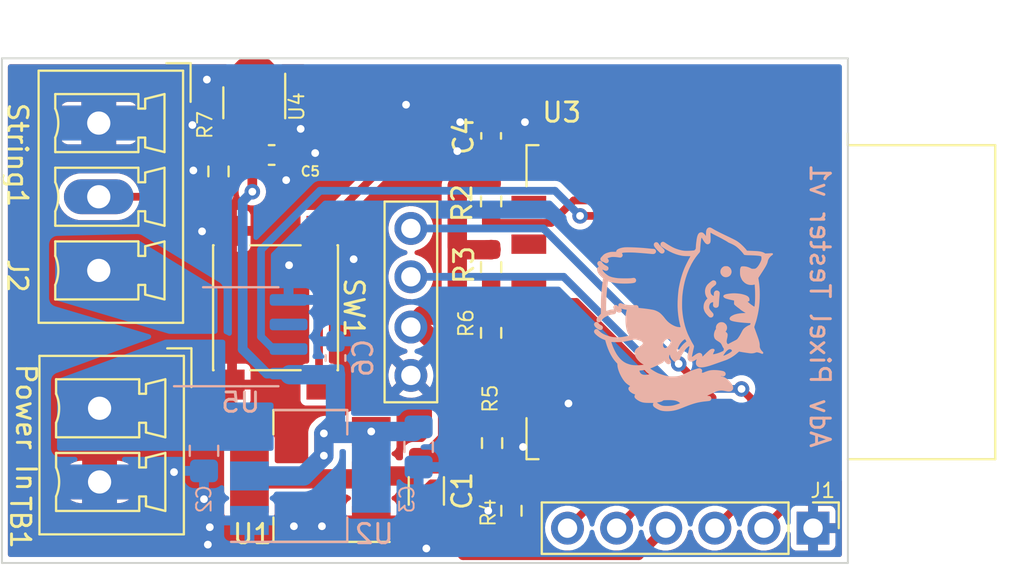
<source format=kicad_pcb>
(kicad_pcb (version 20211014) (generator pcbnew)
  (title_block (title "Adv Pixel Tester") (date "2022-12-09") (rev "v1"))
  (layers (0 "F.Cu" signal) (31 "B.Cu" signal) (34 "B.Paste" user) (35 "F.Paste" user) (36 "B.SilkS" user "B.Silkscreen") (37 "F.SilkS" user "F.Silkscreen") (38 "B.Mask" user) (39 "F.Mask" user) (44 "Edge.Cuts" user))
  (net 0 "")
  (net 1 "IN1")
  (net 2 "GND")
  (net 3 "VIN1")
  (net 4 "+5V")
  (net 5 "/DOUT1")
  (net 6 "+3.3V")
  (net 7 "OUT1")
  (net 8 "/EN")
  (net 9 "/GPIO15")
  (net 10 "/GPIO2")
  (net 11 "RXD")
  (net 12 "TXD")
  (net 13 "RST")
  (net 14 "GPIO0")
  (net 15 "Net-(R7-Pad2)")
  (net 23 "VOUT1")
  (net 25 "I2C_SDA")
  (net 26 "I2C_SCL")
  (net 27 "SW1")
  (footprint "Resistor_SMD:R_0603_1608Metric_Pad0.98x0.95mm_HandSolder" (layer "F.Cu") (at 135.25 73.1 -90)
    (fp_text reference "R6" (at -0.5 1.3 90) (layer "F.SilkS") (effects (font (size 0.75 0.75) (thickness 0.1))))
    (fp_text value "10K")
    (pad "1" smd roundrect (at -0.9125 0 270) (size 0.975 0.95) (layers "F.Cu" "F.Paste" "F.Mask") (net 6 "+3.3V"))
    (pad "2" smd roundrect (at 0.9125 0 270) (size 0.975 0.95) (layers "F.Cu" "F.Paste" "F.Mask") (net 14 "GPIO0"))
  )
  (footprint "Capacitor_SMD:C_0603_1608Metric_Pad1.08x0.95mm_HandSolder" (layer "F.Cu") (at 135.25 62.9125 90)
    (fp_text reference "C4" (at 0 -1.43 90) (layer "F.SilkS"))
    (fp_text value "0.1uF")
    (pad "1" smd roundrect (at -0.8625 0 90) (size 1.075 0.95) (layers "F.Cu" "F.Paste" "F.Mask") (net 6 "+3.3V"))
    (pad "2" smd roundrect (at 0.8625 0 90) (size 1.075 0.95) (layers "F.Cu" "F.Paste" "F.Mask") (net 2 "GND"))
  )
  (footprint "RF_Module:ESP-12E" (layer "F.Cu") (at 149.2 71.5125 -90)
    (fp_text reference "U3" (at -9.8125 10.3 180) (layer "F.SilkS"))
    (fp_text value "ESP-12E")
    (pad "1" smd rect (at -7.6 -3.5 270) (size 2.5 1) (layers "F.Cu" "F.Paste" "F.Mask") (net 13 "RST"))
    (pad "2" smd rect (at -7.6 -1.5 270) (size 2.5 1) (layers "F.Cu" "F.Paste" "F.Mask") (net 1 "IN1"))
    (pad "3" smd rect (at -7.6 0.5 270) (size 2.5 1) (layers "F.Cu" "F.Paste" "F.Mask") (net 8 "/EN"))
    (pad "4" smd rect (at -7.6 2.5 270) (size 2.5 1) (layers "F.Cu" "F.Paste" "F.Mask"))
    (pad "5" smd rect (at -7.6 4.5 270) (size 2.5 1) (layers "F.Cu" "F.Paste" "F.Mask"))
    (pad "6" smd rect (at -7.6 6.5 270) (size 2.5 1) (layers "F.Cu" "F.Paste" "F.Mask") (net 7 "OUT1"))
    (pad "7" smd rect (at -7.6 8.5 270) (size 2.5 1) (layers "F.Cu" "F.Paste" "F.Mask") (net 27 "SW1"))
    (pad "8" smd rect (at -7.6 10.5 270) (size 2.5 1) (layers "F.Cu" "F.Paste" "F.Mask") (net 6 "+3.3V"))
    (pad "9" smd rect (at -5 12 270) (size 1 1.8) (layers "F.Cu" "F.Paste" "F.Mask"))
    (pad "10" smd rect (at -3 12 270) (size 1 1.8) (layers "F.Cu" "F.Paste" "F.Mask"))
    (pad "11" smd rect (at -1 12 270) (size 1 1.8) (layers "F.Cu" "F.Paste" "F.Mask"))
    (pad "12" smd rect (at 1 12 270) (size 1 1.8) (layers "F.Cu" "F.Paste" "F.Mask"))
    (pad "13" smd rect (at 3 12 270) (size 1 1.8) (layers "F.Cu" "F.Paste" "F.Mask"))
    (pad "14" smd rect (at 5 12 270) (size 1 1.8) (layers "F.Cu" "F.Paste" "F.Mask"))
    (pad "15" smd rect (at 7.6 10.5 270) (size 2.5 1) (layers "F.Cu" "F.Paste" "F.Mask") (net 2 "GND"))
    (pad "16" smd rect (at 7.6 8.5 270) (size 2.5 1) (layers "F.Cu" "F.Paste" "F.Mask") (net 9 "/GPIO15"))
    (pad "17" smd rect (at 7.6 6.5 270) (size 2.5 1) (layers "F.Cu" "F.Paste" "F.Mask") (net 10 "/GPIO2"))
    (pad "18" smd rect (at 7.6 4.5 270) (size 2.5 1) (layers "F.Cu" "F.Paste" "F.Mask") (net 14 "GPIO0"))
    (pad "19" smd rect (at 7.6 2.5 270) (size 2.5 1) (layers "F.Cu" "F.Paste" "F.Mask") (net 25 "I2C_SDA"))
    (pad "20" smd rect (at 7.6 0.5 270) (size 2.5 1) (layers "F.Cu" "F.Paste" "F.Mask") (net 26 "I2C_SCL"))
    (pad "21" smd rect (at 7.6 -1.5 270) (size 2.5 1) (layers "F.Cu" "F.Paste" "F.Mask") (net 11 "RXD"))
    (pad "22" smd rect (at 7.6 -3.5 270) (size 2.5 1) (layers "F.Cu" "F.Paste" "F.Mask") (net 12 "TXD"))
    (zone (net 0) (net_name "") (layers *.Cu) (connect_pads (clearance 0)) (min_thickness 0.254)
      (keepout (tracks not_allowed) (vias not_allowed) (pads not_allowed) (copperpour not_allowed) (footprints not_allowed))
      (fill (thermal_gap 0.508) (thermal_bridge_width 0.508))
      (polygon (pts (xy 154 63.3925) (xy 154 79.6325) (xy 161.32 79.6325) (xy 161.32 63.3925)))
    )
  )
  (footprint "Capacitor_SMD:C_0603_1608Metric_Pad1.08x0.95mm_HandSolder" (layer "F.Cu") (at 123.9 63.9)
    (fp_text reference "C5" (at 2 0.85) (layer "F.SilkS") (effects (font (size 0.5 0.5) (thickness 0.1))))
    (fp_text value "0.1uF")
    (pad "1" smd roundrect (at -0.8625 0) (size 1.075 0.95) (layers "F.Cu" "F.Paste" "F.Mask") (net 4 "+5V"))
    (pad "2" smd roundrect (at 0.8625 0) (size 1.075 0.95) (layers "F.Cu" "F.Paste" "F.Mask") (net 2 "GND"))
  )
  (footprint "Package_SO:TSOP-5_1.65x3.05mm_P0.95mm" (layer "F.Cu") (at 123 61.2 -90)
    (fp_text reference "U4" (at 0.2 -2.2 -90) (layer "F.SilkS") (effects (font (size 0.75 0.75) (thickness 0.1))))
    (fp_text value "74AHCT1G125")
    (pad "1" smd rect (at -1.16 -0.95 270) (size 0.7 0.51) (layers "F.Cu" "F.Paste" "F.Mask") (net 2 "GND"))
    (pad "2" smd rect (at -1.16 0 270) (size 0.7 0.51) (layers "F.Cu" "F.Paste" "F.Mask") (net 7 "OUT1"))
    (pad "3" smd rect (at -1.16 0.95 270) (size 0.7 0.51) (layers "F.Cu" "F.Paste" "F.Mask") (net 2 "GND"))
    (pad "4" smd rect (at 1.16 0.95 270) (size 0.7 0.51) (layers "F.Cu" "F.Paste" "F.Mask") (net 15 "Net-(R7-Pad2)"))
    (pad "5" smd rect (at 1.16 -0.95 270) (size 0.7 0.51) (layers "F.Cu" "F.Paste" "F.Mask") (net 4 "+5V"))
  )
  (footprint "Connector_PinHeader_2.54mm:PinHeader_1x06_P2.54mm_Vertical" (layer "F.Cu") (at 151.9 83.2 -90)
    (fp_text reference "J1" (at -1.95 -0.5 180) (layer "F.SilkS") (effects (font (size 0.75 0.75) (thickness 0.1))))
    (fp_text value "PMG")
    (pad "1" thru_hole rect (at 0 0 270) (size 1.7 1.7) (drill 1) (layers *.Cu *.Mask) (net 2 "GND"))
    (pad "2" thru_hole oval (at 0 2.54 270) (size 1.7 1.7) (drill 1) (layers *.Cu *.Mask) (net 12 "TXD"))
    (pad "3" thru_hole oval (at 0 5.08 270) (size 1.7 1.7) (drill 1) (layers *.Cu *.Mask) (net 11 "RXD"))
    (pad "4" thru_hole oval (at 0 7.62 270) (size 1.7 1.7) (drill 1) (layers *.Cu *.Mask) (net 6 "+3.3V"))
    (pad "5" thru_hole oval (at 0 10.16 270) (size 1.7 1.7) (drill 1) (layers *.Cu *.Mask) (net 13 "RST"))
    (pad "6" thru_hole oval (at 0 12.7 270) (size 1.7 1.7) (drill 1) (layers *.Cu *.Mask) (net 14 "GPIO0"))
  )
  (footprint "Connector_Phoenix_MC:PhoenixContact_MCV_1,5_3-G-3.81_1x03_P3.81mm_Vertical" (layer "F.Cu") (at 114.9575 62.25 -90)
    (fp_text reference "J2" (at 7.9 4.2075 -90 unlocked) (layer "F.SilkS"))
    (fp_text value "String1" (at 1.65 4.2 -90 unlocked) (layer "F.SilkS"))
    (pad "1" thru_hole roundrect (at 0 0 270) (size 1.8 3.6) (drill 1.2) (layers *.Cu *.Mask) (roundrect_rratio 0.1388888889) (net 2 "GND") (thermal_gap 0.2))
    (pad "2" thru_hole oval (at 3.81 0 270) (size 1.8 3.6) (drill 1.2) (layers *.Cu *.Mask) (net 5 "/DOUT1"))
    (pad "3" thru_hole oval (at 7.62 0 270) (size 1.8 3.6) (drill 1.2) (layers *.Cu *.Mask) (net 23 "VOUT1"))
  )
  (footprint "Scotts:OLED-SSD1306-128X64-I2C-THT_2HOLE" (layer "F.Cu") (at 131.1 71.5 90)
    (fp_text reference "J3" hide)
    (fp_text value "OLED")
    (pad "1" thru_hole circle (at 3.8 0 90) (size 1.7 1.7) (drill 1) (layers *.Cu *.Mask) (net 25 "I2C_SDA"))
    (pad "2" thru_hole circle (at 1.3 0 90) (size 1.7 1.7) (drill 1) (layers *.Cu *.Mask) (net 26 "I2C_SCL"))
    (pad "3" thru_hole circle (at -1.3 0 90) (size 1.7 1.7) (drill 1) (layers *.Cu *.Mask) (net 6 "+3.3V"))
    (pad "4" thru_hole circle (at -3.8 0 90) (size 1.7 1.7) (drill 1) (layers *.Cu *.Mask) (net 2 "GND"))
  )
  (footprint "Resistor_SMD:R_0603_1608Metric_Pad0.98x0.95mm_HandSolder" (layer "F.Cu") (at 135.3 78.8 90)
    (fp_text reference "R5" (at 2.3 -0.1 90) (layer "F.SilkS") (effects (font (size 0.75 0.75) (thickness 0.1))))
    (fp_text value "10K")
    (pad "1" smd roundrect (at -0.9125 0 90) (size 0.975 0.95) (layers "F.Cu" "F.Paste" "F.Mask") (net 6 "+3.3V"))
    (pad "2" smd roundrect (at 0.9125 0 90) (size 0.975 0.95) (layers "F.Cu" "F.Paste" "F.Mask") (net 10 "/GPIO2"))
  )
  (footprint "Connector_Phoenix_MC:PhoenixContact_MCV_1,5_2-G-3.81_1x02_P3.81mm_Vertical" (layer "F.Cu") (at 115 77 -90)
    (fp_text reference "TB1" (at 5.9 4.1 -90 unlocked) (layer "F.SilkS"))
    (fp_text value "Power In" (at 1 3.8 -90 unlocked) (layer "F.SilkS"))
    (pad "1" thru_hole roundrect (at 0 0 270) (size 1.8 3.6) (drill 1.2) (layers *.Cu *.Mask) (roundrect_rratio 0.1388888889) (net 3 "VIN1"))
    (pad "2" thru_hole oval (at 3.81 0 270) (size 1.8 3.6) (drill 1.2) (layers *.Cu *.Mask) (net 2 "GND") (thermal_gap 0.2))
  )
  (footprint "Resistor_SMD:R_0603_1608Metric_Pad0.98x0.95mm_HandSolder" (layer "F.Cu") (at 135.25 69.7 -90)
    (fp_text reference "R3" (at -0.1125 1.4 90) (layer "F.SilkS"))
    (fp_text value "10K")
    (pad "1" smd roundrect (at -0.9125 0 270) (size 0.975 0.95) (layers "F.Cu" "F.Paste" "F.Mask") (net 6 "+3.3V"))
    (pad "2" smd roundrect (at 0.9125 0 270) (size 0.975 0.95) (layers "F.Cu" "F.Paste" "F.Mask") (net 13 "RST"))
  )
  (footprint "Button_Switch_SMD:SW_Push_1P1T_NO_6x6mm_H9.5mm" (layer "F.Cu") (at 124.1 71.8 -90)
    (fp_text reference "SW1" (at 0 -4.05 -90 unlocked) (layer "F.SilkS"))
    (fp_text value "SW_Push")
    (pad "1" smd rect (at -3.975 -2.25 270) (size 1.55 1.3) (layers "F.Cu" "F.Paste" "F.Mask") (net 27 "SW1"))
    (pad "1" smd rect (at 3.975 -2.25 270) (size 1.55 1.3) (layers "F.Cu" "F.Paste" "F.Mask") (net 27 "SW1"))
    (pad "2" smd rect (at 3.975 2.25 270) (size 1.55 1.3) (layers "F.Cu" "F.Paste" "F.Mask") (net 2 "GND"))
    (pad "2" smd rect (at -3.975 2.25 270) (size 1.55 1.3) (layers "F.Cu" "F.Paste" "F.Mask") (net 2 "GND"))
  )
  (footprint "Capacitor_SMD:C_1206_3216Metric_Pad1.33x1.80mm_HandSolder" (layer "F.Cu") (at 131.9 81.275 -90)
    (fp_text reference "C1" (at 0 -1.85 -90) (layer "F.SilkS"))
    (fp_text value "100uF")
    (pad "1" smd roundrect (at -1.5625 0 270) (size 1.325 1.8) (layers "F.Cu" "F.Paste" "F.Mask") (roundrect_rratio 0.1886792453) (net 6 "+3.3V"))
    (pad "2" smd roundrect (at 1.5625 0 270) (size 1.325 1.8) (layers "F.Cu" "F.Paste" "F.Mask") (roundrect_rratio 0.1886792453) (net 2 "GND"))
  )
  (footprint "Package_TO_SOT_SMD:SOT-223-3_TabPin2" (layer "F.Cu") (at 125.9 80.5 180)
    (fp_text reference "U1" (at 3 -3) (layer "F.SilkS"))
    (fp_text value "AMS1117-3.3")
    (pad "1" smd rect (at -3.15 -2.3 180) (size 2 1.5) (layers "F.Cu" "F.Paste" "F.Mask") (net 2 "GND"))
    (pad "2" smd rect (at -3.15 0 180) (size 2 1.5) (layers "F.Cu" "F.Paste" "F.Mask") (net 6 "+3.3V"))
    (pad "2" smd rect (at 3.15 0 180) (size 2 3.8) (layers "F.Cu" "F.Paste" "F.Mask") (net 6 "+3.3V"))
    (pad "3" smd rect (at -3.15 2.3 180) (size 2 1.5) (layers "F.Cu" "F.Paste" "F.Mask") (net 4 "+5V"))
  )
  (footprint "Resistor_SMD:R_0603_1608Metric_Pad0.98x0.95mm_HandSolder" (layer "F.Cu") (at 121.15 64.75 90)
    (fp_text reference "R7" (at 2.4 -0.7 90) (layer "F.SilkS") (effects (font (size 0.75 0.75) (thickness 0.1))))
    (fp_text value "33ohm")
    (pad "1" smd roundrect (at -0.9125 0 90) (size 0.975 0.95) (layers "F.Cu" "F.Paste" "F.Mask") (net 5 "/DOUT1"))
    (pad "2" smd roundrect (at 0.9125 0 90) (size 0.975 0.95) (layers "F.Cu" "F.Paste" "F.Mask") (net 15 "Net-(R7-Pad2)"))
  )
  (footprint "Resistor_SMD:R_0603_1608Metric_Pad0.98x0.95mm_HandSolder" (layer "F.Cu") (at 135.25 66.3 -90)
    (fp_text reference "R2" (at 0.0875 1.5 90) (layer "F.SilkS"))
    (fp_text value "10K")
    (pad "1" smd roundrect (at -0.9125 0 270) (size 0.975 0.95) (layers "F.Cu" "F.Paste" "F.Mask") (net 6 "+3.3V"))
    (pad "2" smd roundrect (at 0.9125 0 270) (size 0.975 0.95) (layers "F.Cu" "F.Paste" "F.Mask") (net 8 "/EN"))
  )
  (footprint "Resistor_SMD:R_0603_1608Metric_Pad0.98x0.95mm_HandSolder" (layer "F.Cu") (at 136.3 82.3 90)
    (fp_text reference "R4" (at -0.1 -1.2 90) (layer "F.SilkS") (effects (font (size 0.75 0.75) (thickness 0.1))))
    (fp_text value "10K")
    (pad "1" smd roundrect (at -0.9125 0 90) (size 0.975 0.95) (layers "F.Cu" "F.Paste" "F.Mask") (net 9 "/GPIO15"))
    (pad "2" smd roundrect (at 0.9125 0 90) (size 0.975 0.95) (layers "F.Cu" "F.Paste" "F.Mask") (net 2 "GND"))
  )
  (footprint "Package_TO_SOT_SMD:SOT-223-3_TabPin2" (layer "B.Cu") (at 125.9 80.5)
    (fp_text reference "U2" (at 3.3 3) (layer "B.SilkS") (effects (justify mirror)))
    (fp_text value "AMS1117-5.0")
    (pad "1" smd rect (at -3.15 2.3) (size 2 1.5) (layers "B.Cu" "B.Paste" "B.Mask") (net 2 "GND"))
    (pad "2" smd rect (at -3.15 0) (size 2 1.5) (layers "B.Cu" "B.Paste" "B.Mask") (net 4 "+5V"))
    (pad "2" smd rect (at 3.15 0) (size 2 3.8) (layers "B.Cu" "B.Paste" "B.Mask") (net 4 "+5V"))
    (pad "3" smd rect (at -3.15 -2.3) (size 2 1.5) (layers "B.Cu" "B.Paste" "B.Mask") (net 3 "VIN1"))
  )
  (footprint "Capacitor_SMD:C_0805_2012Metric_Pad1.18x1.45mm_HandSolder" (layer "B.Cu") (at 120.4 79.2 -90)
    (fp_text reference "C2" (at 2.5 0 90) (layer "B.SilkS") (effects (font (size 0.75 0.75) (thickness 0.1)) (justify mirror)))
    (fp_text value "10uF")
    (pad "1" smd roundrect (at -1.0375 0 270) (size 1.175 1.45) (layers "B.Cu" "B.Paste" "B.Mask") (roundrect_rratio 0.2127659574) (net 3 "VIN1"))
    (pad "2" smd roundrect (at 1.0375 0 270) (size 1.175 1.45) (layers "B.Cu" "B.Paste" "B.Mask") (roundrect_rratio 0.2127659574) (net 2 "GND"))
  )
  (footprint "Scotts:chewi_15" (layer "B.Cu") (at 146.353759 72.608705 90)
    (fp_text reference "G***")
    (fp_text value "LOGO" hide)
  )
  (footprint "Capacitor_SMD:C_0805_2012Metric_Pad1.18x1.45mm_HandSolder" (layer "B.Cu") (at 131.5 79 -90)
    (fp_text reference "C3" (at 2.7 0.6 90) (layer "B.SilkS") (effects (font (size 0.75 0.75) (thickness 0.1)) (justify mirror)))
    (fp_text value "10uF")
    (pad "1" smd roundrect (at -1.0375 0 270) (size 1.175 1.45) (layers "B.Cu" "B.Paste" "B.Mask") (roundrect_rratio 0.2127659574) (net 4 "+5V"))
    (pad "2" smd roundrect (at 1.0375 0 270) (size 1.175 1.45) (layers "B.Cu" "B.Paste" "B.Mask") (roundrect_rratio 0.2127659574) (net 2 "GND"))
  )
  (footprint "Capacitor_SMD:C_0603_1608Metric_Pad1.08x0.95mm_HandSolder" (layer "B.Cu") (at 127.2 74.4 90)
    (fp_text reference "C6" (at 0 1.43 90) (layer "B.SilkS") (effects (justify mirror)))
    (fp_text value "0.1uF")
    (pad "1" smd roundrect (at -0.8625 0 90) (size 1.075 0.95) (layers "B.Cu" "B.Paste" "B.Mask") (net 4 "+5V"))
    (pad "2" smd roundrect (at 0.8625 0 90) (size 1.075 0.95) (layers "B.Cu" "B.Paste" "B.Mask") (net 2 "GND"))
  )
  (footprint "Package_SO:SOIC-8_3.9x4.9mm_P1.27mm" (layer "B.Cu") (at 122.3 73.3)
    (fp_text reference "U5" (at 0 3.4) (layer "B.SilkS") (effects (justify mirror)))
    (fp_text value "ACS706xLC-05C")
    (pad "1" smd roundrect (at -2.475 1.905) (size 1.95 0.6) (layers "B.Cu" "B.Paste" "B.Mask") (net 3 "VIN1"))
    (pad "2" smd roundrect (at -2.475 0.635) (size 1.95 0.6) (layers "B.Cu" "B.Paste" "B.Mask") (net 3 "VIN1"))
    (pad "3" smd roundrect (at -2.475 -0.635) (size 1.95 0.6) (layers "B.Cu" "B.Paste" "B.Mask") (net 23 "VOUT1"))
    (pad "4" smd roundrect (at -2.475 -1.905) (size 1.95 0.6) (layers "B.Cu" "B.Paste" "B.Mask") (net 23 "VOUT1"))
    (pad "5" smd roundrect (at 2.475 -1.905) (size 1.95 0.6) (layers "B.Cu" "B.Paste" "B.Mask") (net 2 "GND"))
    (pad "6" smd roundrect (at 2.475 -0.635) (size 1.95 0.6) (layers "B.Cu" "B.Paste" "B.Mask"))
    (pad "7" smd roundrect (at 2.475 0.635) (size 1.95 0.6) (layers "B.Cu" "B.Paste" "B.Mask") (net 1 "IN1"))
    (pad "8" smd roundrect (at 2.475 1.905) (size 1.95 0.6) (layers "B.Cu" "B.Paste" "B.Mask") (net 4 "+5V"))
  )
  (gr_line (start 109.95 85) (end 109.95 58.9) (layer "Edge.Cuts") (width 0.1))
  (gr_line (start 153.7 58.9) (end 153.7 85) (layer "Edge.Cuts") (width 0.1))
  (gr_line (start 109.95 58.9) (end 153.7 58.9) (layer "Edge.Cuts") (width 0.1))
  (gr_line (start 153.7 85) (end 109.95 85) (layer "Edge.Cuts") (width 0.1))
  (gr_text "${TITLE} ${REVISION}" (at 152.25 71.7 270) (layer "B.SilkS") (effects (font (size 1 1)) (justify mirror)))
  (segment (start 150.7 63.9125) (end 150.7 64.6625) (width 0.4) (layer "F.Cu") (net 1))
  (segment (start 150.7 64.6625) (end 148.3125 67.05) (width 0.4) (layer "F.Cu") (net 1))
  (segment (start 148.3125 67.05) (end 139.85 67.05) (width 0.4) (layer "F.Cu") (net 1))
  (via (at 139.85 67.05) (size 0.8) (drill 0.4) (layers "F.Cu" "B.Cu") (net 1))
  (segment (start 123.35 73.3) (end 123.35 68.8) (width 0.4) (layer "B.Cu") (net 1))
  (segment (start 138.55 65.75) (end 139.85 67.05) (width 0.4) (layer "B.Cu") (net 1))
  (segment (start 124.775 73.935) (end 123.985 73.935) (width 0.4) (layer "B.Cu") (net 1))
  (segment (start 123.35 68.8) (end 126.4 65.75) (width 0.4) (layer "B.Cu") (net 1))
  (segment (start 123.985 73.935) (end 123.35 73.3) (width 0.4) (layer "B.Cu") (net 1))
  (segment (start 126.4 65.75) (end 138.55 65.75) (width 0.4) (layer "B.Cu") (net 1))
  (segment (start 123.665 59.2) (end 123.95 59.485) (width 0.5) (layer "F.Cu") (net 2))
  (segment (start 138.7 79.1125) (end 138.6875 79.1125) (width 0.5) (layer "F.Cu") (net 2))
  (segment (start 122.05 60.04) (end 122.05 59.485) (width 0.5) (layer "F.Cu") (net 2))
  (segment (start 123.95 59.485) (end 123.95 60.04) (width 0.5) (layer "F.Cu") (net 2))
  (segment (start 138.6875 79.1125) (end 136.4125 81.3875) (width 0.5) (layer "F.Cu") (net 2))
  (segment (start 122.05 59.485) (end 122.335 59.2) (width 0.5) (layer "F.Cu") (net 2))
  (segment (start 136.4125 81.3875) (end 136.3 81.3875) (width 0.5) (layer "F.Cu") (net 2))
  (segment (start 122.335 59.2) (end 123.665 59.2) (width 0.5) (layer "F.Cu") (net 2))
  (via (at 120.55 60) (size 0.8) (drill 0.4) (layers "F.Cu" "B.Cu") (net 2))
  (via (at 125.4 62.55) (size 0.8) (drill 0.4) (layers "F.Cu" "B.Cu") (net 2))
  (via (at 126.15 63.8) (size 0.8) (drill 0.4) (layers "F.Cu" "B.Cu") (net 2))
  (via (at 124.65 65.2) (size 0.8) (drill 0.4) (layers "F.Cu" "B.Cu") (net 2))
  (via (at 139.25 76.75) (size 0.8) (drill 0.4) (layers "F.Cu" "B.Cu") (net 2))
  (via (at 125.05 83.1) (size 0.8) (drill 0.4) (layers "F.Cu" "B.Cu") (net 2))
  (via (at 124.8 69.6) (size 0.8) (drill 0.4) (layers "F.Cu" "B.Cu") (net 2))
  (via (at 131.9 84.25) (size 0.8) (drill 0.4) (layers "F.Cu" "B.Cu") (net 2))
  (via (at 118.85 80.3) (size 0.8) (drill 0.4) (layers "F.Cu" "B.Cu") (net 2))
  (via (at 136.9 79) (size 0.8) (drill 0.4) (layers "F.Cu" "B.Cu") (net 2))
  (via (at 128.140332 69.290332) (size 0.8) (drill 0.4) (layers "F.Cu" "B.Cu") (net 2))
  (via (at 120.3 67.85) (size 0.8) (drill 0.4) (layers "F.Cu" "B.Cu") (net 2))
  (via (at 137 62.2) (size 0.8) (drill 0.4) (layers "F.Cu" "B.Cu") (net 2))
  (via (at 119.8 62.35) (size 0.8) (drill 0.4) (layers "F.Cu" "B.Cu") (net 2))
  (via (at 120.7 83.15) (size 0.8) (drill 0.4) (layers "F.Cu" "B.Cu") (net 2))
  (via (at 126.5 83.1) (size 0.8) (drill 0.4) (layers "F.Cu" "B.Cu") (net 2))
  (via (at 120.6 84.05) (size 0.8) (drill 0.4) (layers "F.Cu" "B.Cu") (net 2))
  (via (at 120.4 81.7) (size 0.8) (drill 0.4) (layers "F.Cu" "B.Cu") (net 2))
  (via (at 133.65 62.2) (size 0.8) (drill 0.4) (layers "F.Cu" "B.Cu") (net 2))
  (via (at 133.5 63.7) (size 0.8) (drill 0.4) (layers "F.Cu" "B.Cu") (net 2))
  (via (at 135.1 82.3) (size 0.8) (drill 0.4) (layers "F.Cu" "B.Cu") (net 2))
  (via (at 119.85 64.7) (size 0.8) (drill 0.4) (layers "F.Cu" "B.Cu") (net 2))
  (via (at 130.85 61.3) (size 0.8) (drill 0.4) (layers "F.Cu" "B.Cu") (net 2))
  (segment (start 126.6 78.3) (end 126.6 79.45) (width 1) (layer "F.Cu") (net 4))
  (segment (start 126.7 78.2) (end 126.6 78.3) (width 1) (layer "F.Cu") (net 4))
  (segment (start 129.05 78.2) (end 126.7 78.2) (width 1) (layer "F.Cu") (net 4))
  (segment (start 123.0375 63.1625) (end 123.0375 63.9) (width 0.5) (layer "F.Cu") (net 4))
  (segment (start 123.84 62.36) (end 123.0375 63.1625) (width 0.5) (layer "F.Cu") (net 4))
  (segment (start 122.9 65.8) (end 122.9 64.0375) (width 0.5) (layer "F.Cu") (net 4))
  (segment (start 122.9 64.0375) (end 123.0375 63.9) (width 0.5) (layer "F.Cu") (net 4))
  (segment (start 123.95 62.36) (end 123.84 62.36) (width 0.5) (layer "F.Cu") (net 4))
  (via (at 126.6 78.3) (size 0.8) (drill 0.4) (layers "F.Cu" "B.Cu") (net 4))
  (via (at 122.9 65.8) (size 0.8) (drill 0.4) (layers "F.Cu" "B.Cu") (net 4))
  (via (at 126.6 79.45) (size 0.8) (drill 0.4) (layers "F.Cu" "B.Cu") (net 4))
  (via (at 129.05 78.2) (size 0.8) (drill 0.4) (layers "F.Cu" "B.Cu") (net 4))
  (segment (start 127.2 75.2625) (end 124.8325 75.2625) (width 1) (layer "B.Cu") (net 4))
  (segment (start 122.9 65.8) (end 122.400499 66.299501) (width 0.5) (layer "B.Cu") (net 4))
  (segment (start 122.400499 66.299501) (end 122.400499 73.950499) (width 0.5) (layer "B.Cu") (net 4))
  (segment (start 127.2 75.2625) (end 127.2 77.7) (width 1) (layer "B.Cu") (net 4))
  (segment (start 122.75 80.5) (end 125.55 80.5) (width 1) (layer "B.Cu") (net 4))
  (segment (start 122.400499 73.950499) (end 123.655 75.205) (width 0.5) (layer "B.Cu") (net 4))
  (segment (start 131.5 77.9625) (end 131.2625 78.2) (width 1) (layer "B.Cu") (net 4))
  (segment (start 131.2625 78.2) (end 126.7 78.2) (width 1) (layer "B.Cu") (net 4))
  (segment (start 127.2 77.7) (end 126.6 78.3) (width 1) (layer "B.Cu") (net 4))
  (segment (start 123.655 75.205) (end 124.775 75.205) (width 0.5) (layer "B.Cu") (net 4))
  (segment (start 129.05 78.35) (end 129.05 80.5) (width 1) (layer "B.Cu") (net 4))
  (segment (start 126.6 78.3) (end 129 78.3) (width 1) (layer "B.Cu") (net 4))
  (segment (start 126.6 79.45) (end 126.6 78.3) (width 1) (layer "B.Cu") (net 4))
  (segment (start 125.55 80.5) (end 126.6 79.45) (width 1) (layer "B.Cu") (net 4))
  (segment (start 129 78.3) (end 129.05 78.35) (width 1) (layer "B.Cu") (net 4))
  (segment (start 126.7 78.2) (end 126.6 78.3) (width 1) (layer "B.Cu") (net 4))
  (segment (start 120.7525 66.06) (end 114.3575 66.06) (width 0.4) (layer "F.Cu") (net 5))
  (segment (start 121.15 65.6625) (end 120.7525 66.06) (width 0.4) (layer "F.Cu") (net 5))
  (segment (start 131.1 72.8) (end 131.7125 72.1875) (width 1) (layer "F.Cu") (net 6))
  (segment (start 133 78.6125) (end 133 74.275) (width 1) (layer "F.Cu") (net 6))
  (segment (start 133.5 72.187501) (end 135.250002 72.187501) (width 1) (layer "F.Cu") (net 6))
  (segment (start 133.6125 65.3875) (end 135.25 65.3875) (width 1) (layer "F.Cu") (net 6))
  (segment (start 131.9 79.7125) (end 133 78.6125) (width 1) (layer "F.Cu") (net 6))
  (segment (start 133.5 67.3) (end 133.5 72.187501) (width 1) (layer "F.Cu") (net 6))
  (segment (start 133.5125 79.7125) (end 131.9 79.7125) (width 1) (layer "F.Cu") (net 6))
  (segment (start 133 74.275) (end 131.525 72.8) (width 1) (layer "F.Cu") (net 6))
  (segment (start 133.6 84.4) (end 133.6 79.8) (width 0.5) (layer "F.Cu") (net 6))
  (segment (start 135.2375 68.8) (end 133.7 68.8) (width 1) (layer "F.Cu") (net 6))
  (segment (start 129.05 80.5) (end 131.1125 80.5) (width 1) (layer "F.Cu") (net 6))
  (segment (start 131.7125 72.1875) (end 135.25 72.1875) (width 1) (layer "F.Cu") (net 6))
  (segment (start 133.7 68.8) (end 133.5 68.6) (width 1) (layer "F.Cu") (net 6))
  (segment (start 131.1125 80.5) (end 131.9 79.7125) (width 1) (layer "F.Cu") (net 6))
  (segment (start 135.25 63.775) (end 135.324 63.701) (width 1) (layer "F.Cu") (net 6))
  (segment (start 135.25 68.7875) (end 135.2375 68.8) (width 1) (layer "F.Cu") (net 6))
  (segment (start 133.6 79.8) (end 133.5125 79.7125) (width 0.5) (layer "F.Cu") (net 6))
  (segment (start 135.25 65.3875) (end 135.25 63.775) (width 1) (layer "F.Cu") (net 6))
  (segment (start 133.5 65.5) (end 133.6125 65.3875) (width 1) (layer "F.Cu") (net 6))
  (segment (start 135.3 79.7125) (end 133.5125 79.7125) (width 1) (layer "F.Cu") (net 6))
  (segment (start 135.324 63.701) (end 138.4885 63.701) (width 1) (layer "F.Cu") (net 6))
  (segment (start 122.75 80.5) (end 122.9 80.65) (width 1) (layer "F.Cu") (net 6))
  (segment (start 144.28 83.2) (end 142.88 84.6) (width 0.5) (layer "F.Cu") (net 6))
  (segment (start 142.88 84.6) (end 133.8 84.6) (width 0.5) (layer "F.Cu") (net 6))
  (segment (start 133.8 84.6) (end 133.6 84.4) (width 0.5) (layer "F.Cu") (net 6))
  (segment (start 133.5 68.6) (end 133.5 65.5) (width 1) (layer "F.Cu") (net 6))
  (segment (start 122.9 80.65) (end 128.9 80.65) (width 1) (layer "F.Cu") (net 6))
  (segment (start 138.4885 63.701) (end 138.7 63.9125) (width 1) (layer "F.Cu") (net 6))
  (segment (start 131.525 72.8) (end 131.1 72.8) (width 1) (layer "F.Cu") (net 6))
  (segment (start 128.9 80.65) (end 129.05 80.5) (width 1) (layer "F.Cu") (net 6))
  (segment (start 135.25 72.1875) (end 135.250002 72.187501) (width 0.5) (layer "F.Cu") (net 6))
  (segment (start 129.1 80.45) (end 129.05 80.5) (width 1) (layer "F.Cu") (net 6))
  (segment (start 142.7 63.1625) (end 139.4375 59.9) (width 0.4) (layer "F.Cu") (net 7))
  (segment (start 123 60.495) (end 123 60.04) (width 0.4) (layer "F.Cu") (net 7))
  (segment (start 125.85 59.9) (end 124.5 61.25) (width 0.4) (layer "F.Cu") (net 7))
  (segment (start 123.755 61.25) (end 123 60.495) (width 0.4) (layer "F.Cu") (net 7))
  (segment (start 139.4375 59.9) (end 125.85 59.9) (width 0.4) (layer "F.Cu") (net 7))
  (segment (start 142.7 63.9125) (end 142.7 63.1625) (width 0.4) (layer "F.Cu") (net 7))
  (segment (start 124.5 61.25) (end 123.755 61.25) (width 0.4) (layer "F.Cu") (net 7))
  (segment (start 135.45 67.4125) (end 135.25 67.2125) (width 0.4) (layer "F.Cu") (net 8))
  (segment (start 139.518836 66.2505) (end 138.356836 67.4125) (width 0.4) (layer "F.Cu") (net 8))
  (segment (start 138.356836 67.4125) (end 135.45 67.4125) (width 0.4) (layer "F.Cu") (net 8))
  (segment (start 148.7 64.6625) (end 147.112 66.2505) (width 0.4) (layer "F.Cu") (net 8))
  (segment (start 147.112 66.2505) (end 139.518836 66.2505) (width 0.4) (layer "F.Cu") (net 8))
  (segment (start 148.7 63.9125) (end 148.7 64.6625) (width 0.4) (layer "F.Cu") (net 8))
  (segment (start 138.2125 81.3) (end 136.3 83.2125) (width 0.4) (layer "F.Cu") (net 9))
  (segment (start 139.0625 81.3) (end 138.2125 81.3) (width 0.4) (layer "F.Cu") (net 9))
  (segment (start 140.7 79.1125) (end 140.7 79.6625) (width 0.4) (layer "F.Cu") (net 9))
  (segment (start 140.7 79.6625) (end 139.0625 81.3) (width 0.4) (layer "F.Cu") (net 9))
  (segment (start 135.9 75.6125) (end 135.35 76.1625) (width 0.4) (layer "F.Cu") (net 10))
  (segment (start 135.35 76.1625) (end 135.35 77.8375) (width 0.4) (layer "F.Cu") (net 10))
  (segment (start 139.95 75.6125) (end 135.9 75.6125) (width 0.4) (layer "F.Cu") (net 10))
  (segment (start 135.35 77.8375) (end 135.3 77.8875) (width 0.4) (layer "F.Cu") (net 10))
  (segment (start 142.7 79.1125) (end 142.7 78.3625) (width 0.4) (layer "F.Cu") (net 10))
  (segment (start 142.7 78.3625) (end 139.95 75.6125) (width 0.4) (layer "F.Cu") (net 10))
  (segment (start 150.7 79.1125) (end 150.7 80.480161) (width 0.4) (layer "F.Cu") (net 11))
  (segment (start 150.7 80.480161) (end 149.367661 81.8125) (width 0.4) (layer "F.Cu") (net 11))
  (segment (start 149.367661 81.8125) (end 148.2075 81.8125) (width 0.4) (layer "F.Cu") (net 11))
  (segment (start 148.2075 81.8125) (end 146.82 83.2) (width 0.4) (layer "F.Cu") (net 11))
  (segment (start 152.7 79.86) (end 149.36 83.2) (width 0.4) (layer "F.Cu") (net 12))
  (segment (start 152.7 79.1125) (end 152.7 79.86) (width 0.4) (layer "F.Cu") (net 12))
  (segment (start 139.65 71.5) (end 136.1375 71.5) (width 0.4) (layer "F.Cu") (net 13))
  (segment (start 143.34 81.6) (end 141.74 83.2) (width 0.4) (layer "F.Cu") (net 13))
  (segment (start 145.8 81.3125) (end 145.8 77.65) (width 0.4) (layer "F.Cu") (net 13))
  (segment (start 152.7 66.1) (end 152.7 63.9125) (width 0.4) (layer "F.Cu") (net 13))
  (segment (start 145.8 81.3125) (end 146.0125 81.1) (width 0.4) (layer "F.Cu") (net 13))
  (segment (start 149.232339 81.1) (end 149.6 80.732339) (width 0.4) (layer "F.Cu") (net 13))
  (segment (start 145.8 77.65) (end 139.65 71.5) (width 0.4) (layer "F.Cu") (net 13))
  (segment (start 145.5125 81.6) (end 143.34 81.6) (width 0.4) (layer "F.Cu") (net 13))
  (segment (start 146.0125 81.1) (end 149.232339 81.1) (width 0.4) (layer "F.Cu") (net 13))
  (segment (start 136.1375 71.5) (end 135.25 70.6125) (width 0.4) (layer "F.Cu") (net 13))
  (segment (start 149.6 69.2) (end 152.7 66.1) (width 0.4) (layer "F.Cu") (net 13))
  (segment (start 145.8 81.3125) (end 145.5125 81.6) (width 0.4) (layer "F.Cu") (net 13))
  (segment (start 149.6 80.732339) (end 149.6 69.2) (width 0.4) (layer "F.Cu") (net 13))
  (segment (start 144.7 78.3625) (end 139.8375 73.5) (width 0.4) (layer "F.Cu") (net 14))
  (segment (start 135.7625 73.5) (end 135.25 74.0125) (width 0.4) (layer "F.Cu") (net 14))
  (segment (start 144.7 79.754678) (end 143.454678 81) (width 0.4) (layer "F.Cu") (net 14))
  (segment (start 139.8375 73.5) (end 135.7625 73.5) (width 0.4) (layer "F.Cu") (net 14))
  (segment (start 141.4 81) (end 139.2 83.2) (width 0.4) (layer "F.Cu") (net 14))
  (segment (start 144.7 79.1125) (end 144.7 79.754678) (width 0.4) (layer "F.Cu") (net 14))
  (segment (start 144.7 79.1125) (end 144.7 78.3625) (width 0.4) (layer "F.Cu") (net 14))
  (segment (start 143.454678 81) (end 141.4 81) (width 0.4) (layer "F.Cu") (net 14))
  (segment (start 122.05 62.36) (end 121.64 62.36) (width 0.4) (layer "F.Cu") (net 15))
  (segment (start 121.15 62.85) (end 121.15 63.8375) (width 0.4) (layer "F.Cu") (net 15))
  (segment (start 121.64 62.36) (end 121.15 62.85) (width 0.4) (layer "F.Cu") (net 15))
  (segment (start 146.7 76.450002) (end 144.949998 74.7) (width 0.4) (layer "F.Cu") (net 25))
  (segment (start 146.7 79.1125) (end 146.7 76.450002) (width 0.4) (layer "F.Cu") (net 25))
  (via (at 144.949998 74.7) (size 0.8) (drill 0.4) (layers "F.Cu" "B.Cu") (net 25))
  (segment (start 131.1 67.7) (end 137.95 67.7) (width 0.4) (layer "B.Cu") (net 25))
  (segment (start 137.95 67.7) (end 144.949998 74.7) (width 0.4) (layer "B.Cu") (net 25))
  (segment (start 148.7 76.5) (end 148.2 76) (width 0.4) (layer "F.Cu") (net 26))
  (segment (start 148.7 79.1125) (end 148.7 76.5) (width 0.4) (layer "F.Cu") (net 26))
  (via (at 148.2 76) (size 0.8) (drill 0.4) (layers "F.Cu" "B.Cu") (net 26))
  (segment (start 139 70.2) (end 131.1 70.2) (width 0.4) (layer "B.Cu") (net 26))
  (segment (start 144.8 76) (end 139 70.2) (width 0.4) (layer "B.Cu") (net 26))
  (segment (start 148.2 76) (end 144.8 76) (width 0.4) (layer "B.Cu") (net 26))
  (segment (start 126.35 75.775) (end 126.35 67.825) (width 0.4) (layer "F.Cu") (net 27))
  (segment (start 138.65 61.1125) (end 133.0625 61.1125) (width 0.4) (layer "F.Cu") (net 27))
  (segment (start 133.0625 61.1125) (end 126.35 67.825) (width 0.4) (layer "F.Cu") (net 27))
  (segment (start 140.7 63.1625) (end 138.65 61.1125) (width 0.4) (layer "F.Cu") (net 27))
  (segment (start 140.7 63.9125) (end 140.7 63.1625) (width 0.4) (layer "F.Cu") (net 27))
  (zone (net 2) (net_name "GND") (layers F&B.Cu) (connect_pads (clearance 0.308)) (min_thickness 0.254) (fill yes (thermal_gap 0.308) (thermal_bridge_width 0.508))
    (polygon (pts (xy 158.25 85) (xy 109.85 85.05) (xy 109.85 58.75) (xy 158.25 58.25)))
  )
  (zone (net 3) (net_name "VIN1") (layer "B.Cu") (priority 1) (connect_pads yes (clearance 0.208)) (min_thickness 0.254) (fill yes (thermal_gap 0.508) (thermal_bridge_width 0.508))
    (polygon (pts (xy 121.5 76.7) (xy 123.997091 76.7) (xy 124 79.2) (xy 112.8 79.2) (xy 112.8 75.5) (xy 118.4 73.45) (xy 121.5 73.45)))
  )
  (zone (net 23) (net_name "VOUT1") (layer "B.Cu") (priority 1) (connect_pads yes (clearance 0.208)) (min_thickness 0.254) (fill yes (thermal_gap 0.208) (thermal_bridge_width 1))
    (polygon (pts (xy 121.1 70.8) (xy 121.1 73.15) (xy 118.6 73.15) (xy 112.7 71.4) (xy 112.7 68.4) (xy 117 68.3)))
  )
)
</source>
